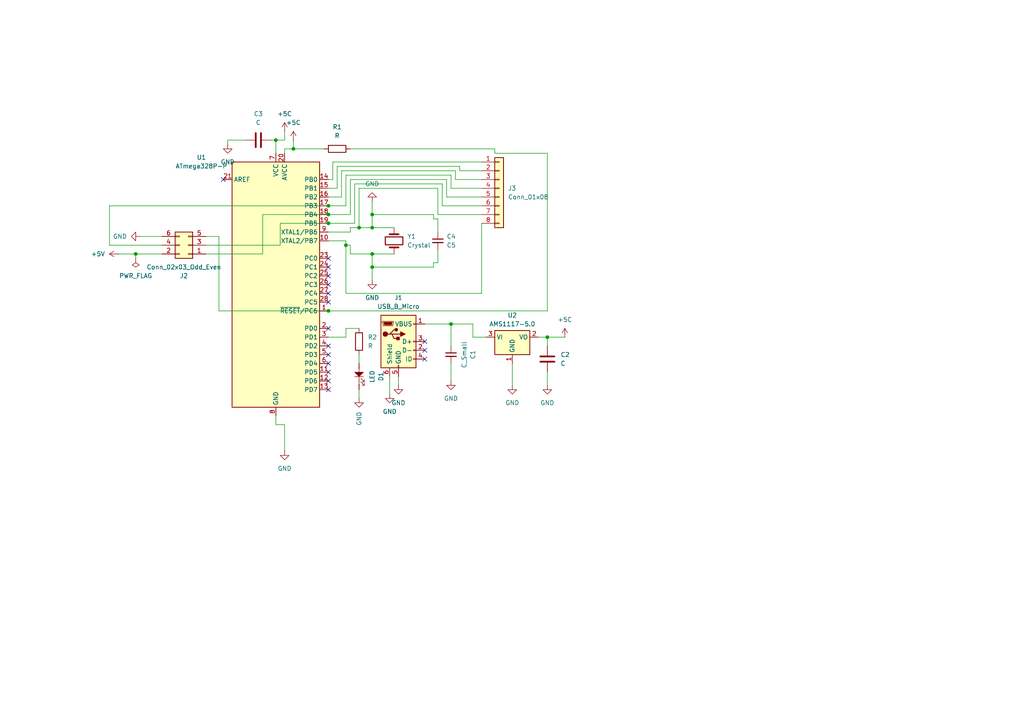
<source format=kicad_sch>
(kicad_sch (version 20250114) (generator "eeschema") (generator_version "9.0")
  (paper "A4")
  (lib_symbols
    (symbol "Connector:USB_B_Micro" (pin_names (offset 1.016))
      (property "Reference" "J" (at -5.08 11.43 0))
      (property "Value" "USB_B_Micro" (at -5.08 8.89 0))
      (symbol "USB_B_Micro_0_1"
        (rectangle (start -5.08 -7.62) (end 5.08 7.62) (stroke (width 0.254)) (fill (type background)))
        (polyline (pts (xy -4.699 5.842) (xy -4.699 5.588) (xy -4.445 4.826) (xy -4.445 4.572) (xy -1.651 4.572) (xy -1.651 4.826) (xy -1.397 5.588) (xy -1.397 5.842) (xy -4.699 5.842)))
        (polyline (pts (xy -4.318 5.588) (xy -1.778 5.588) (xy -2.032 4.826) (xy -4.064 4.826) (xy -4.318 5.588)) (fill (type outline)))
        (circle (center -3.81 2.159) (radius 0.635) (stroke (width 0.254)) (fill (type outline)))
        (polyline (pts (xy -3.175 2.159) (xy -2.54 2.159) (xy -1.27 3.429) (xy -0.635 3.429)) (stroke (width 0.254)))
        (polyline (pts (xy -2.54 2.159) (xy -1.905 2.159) (xy -1.27 0.889) (xy 0 0.889)) (stroke (width 0.254)))
        (polyline (pts (xy -1.905 2.159) (xy 0.635 2.159)) (stroke (width 0.254)))
        (circle (center -0.635 3.429) (radius 0.381) (stroke (width 0.254)) (fill (type outline)))
        (rectangle (start -0.127 -7.62) (end 0.127 -6.858))
        (rectangle (start 0.254 1.27) (end -0.508 0.508) (stroke (width 0.254)) (fill (type outline)))
        (polyline (pts (xy 0.635 2.794) (xy 0.635 1.524) (xy 1.905 2.159) (xy 0.635 2.794)) (stroke (width 0.254)) (fill (type outline)))
        (rectangle (start 5.08 4.953) (end 4.318 5.207))
        (rectangle (start 5.08 -0.127) (end 4.318 0.127))
        (rectangle (start 5.08 -2.667) (end 4.318 -2.413))
        (rectangle (start 5.08 -5.207) (end 4.318 -4.953))
      )
      (symbol "USB_B_Micro_1_1"
        (pin passive line (at -2.54 -10.16 90) (length 2.54) (name "Shield") (number "6"))
        (pin power_out line (at 0 -10.16 90) (length 2.54) (name "GND") (number "5"))
        (pin power_out line (at 7.62 5.08 180) (length 2.54) (name "VBUS") (number "1"))
        (pin bidirectional line (at 7.62 0 180) (length 2.54) (name "D+") (number "3"))
        (pin bidirectional line (at 7.62 -2.54 180) (length 2.54) (name "D-") (number "2"))
        (pin passive line (at 7.62 -5.08 180) (length 2.54) (name "ID") (number "4"))
      )
    )
    (symbol "Connector_Generic:Conn_01x08" (pin_names (offset 1.016) (hide yes))
      (property "Reference" "J" (at 0 10.16 0))
      (property "Value" "Conn_01x08" (at 0 -12.7 0))
      (symbol "Conn_01x08_1_1"
        (rectangle (start -1.27 8.89) (end 1.27 -11.43) (stroke (width 0.254)) (fill (type background)))
        (rectangle (start -1.27 7.747) (end 0 7.493) (stroke (width 0.1524)))
        (rectangle (start -1.27 5.207) (end 0 4.953) (stroke (width 0.1524)))
        (rectangle (start -1.27 2.667) (end 0 2.413) (stroke (width 0.1524)))
        (rectangle (start -1.27 0.127) (end 0 -0.127) (stroke (width 0.1524)))
        (rectangle (start -1.27 -2.413) (end 0 -2.667) (stroke (width 0.1524)))
        (rectangle (start -1.27 -4.953) (end 0 -5.207) (stroke (width 0.1524)))
        (rectangle (start -1.27 -7.493) (end 0 -7.747) (stroke (width 0.1524)))
        (rectangle (start -1.27 -10.033) (end 0 -10.287) (stroke (width 0.1524)))
        (pin passive line (at -5.08 7.62 0) (length 3.81) (name "Pin_1") (number "1"))
        (pin passive line (at -5.08 5.08 0) (length 3.81) (name "Pin_2") (number "2"))
        (pin passive line (at -5.08 2.54 0) (length 3.81) (name "Pin_3") (number "3"))
        (pin passive line (at -5.08 0 0) (length 3.81) (name "Pin_4") (number "4"))
        (pin passive line (at -5.08 -2.54 0) (length 3.81) (name "Pin_5") (number "5"))
        (pin passive line (at -5.08 -5.08 0) (length 3.81) (name "Pin_6") (number "6"))
        (pin passive line (at -5.08 -7.62 0) (length 3.81) (name "Pin_7") (number "7"))
        (pin passive line (at -5.08 -10.16 0) (length 3.81) (name "Pin_8") (number "8"))
      )
    )
    (symbol "Connector_Generic:Conn_02x03_Odd_Even" (pin_names (offset 1.016) (hide yes))
      (property "Reference" "J" (at 1.27 5.08 0))
      (property "Value" "Conn_02x03_Odd_Even" (at 1.27 -5.08 0))
      (symbol "Conn_02x03_Odd_Even_1_1"
        (rectangle (start -1.27 3.81) (end 3.81 -3.81) (stroke (width 0.254)) (fill (type background)))
        (rectangle (start -1.27 2.667) (end 0 2.413) (stroke (width 0.1524)))
        (rectangle (start -1.27 0.127) (end 0 -0.127) (stroke (width 0.1524)))
        (rectangle (start -1.27 -2.413) (end 0 -2.667) (stroke (width 0.1524)))
        (rectangle (start 3.81 2.667) (end 2.54 2.413) (stroke (width 0.1524)))
        (rectangle (start 3.81 0.127) (end 2.54 -0.127) (stroke (width 0.1524)))
        (rectangle (start 3.81 -2.413) (end 2.54 -2.667) (stroke (width 0.1524)))
        (pin passive line (at -5.08 2.54 0) (length 3.81) (name "Pin_1") (number "1"))
        (pin passive line (at -5.08 0 0) (length 3.81) (name "Pin_3") (number "3"))
        (pin passive line (at -5.08 -2.54 0) (length 3.81) (name "Pin_5") (number "5"))
        (pin passive line (at 7.62 2.54 180) (length 3.81) (name "Pin_2") (number "2"))
        (pin passive line (at 7.62 0 180) (length 3.81) (name "Pin_4") (number "4"))
        (pin passive line (at 7.62 -2.54 180) (length 3.81) (name "Pin_6") (number "6"))
      )
    )
    (symbol "Device:C" (pin_numbers (hide yes)) (pin_names (offset 0.254))
      (property "Reference" "C" (at 0.635 2.54 0))
      (property "Value" "C" (at 0.635 -2.54 0))
      (symbol "C_0_1"
        (polyline (pts (xy -2.032 0.762) (xy 2.032 0.762)) (stroke (width 0.508)))
        (polyline (pts (xy -2.032 -0.762) (xy 2.032 -0.762)) (stroke (width 0.508)))
      )
      (symbol "C_1_1"
        (pin passive line (at 0 3.81 270) (length 2.794) (name "~") (number "1"))
        (pin passive line (at 0 -3.81 90) (length 2.794) (name "~") (number "2"))
      )
    )
    (symbol "Device:C_Small" (pin_numbers (hide yes)) (pin_names (offset 0.254) (hide yes))
      (property "Reference" "C" (at 0.254 1.778 0))
      (property "Value" "C_Small" (at 0.254 -2.032 0))
      (symbol "C_Small_0_1"
        (polyline (pts (xy -1.524 0.508) (xy 1.524 0.508)) (stroke (width 0.3048)))
        (polyline (pts (xy -1.524 -0.508) (xy 1.524 -0.508)) (stroke (width 0.3302)))
      )
      (symbol "C_Small_1_1"
        (pin passive line (at 0 2.54 270) (length 2.032) (name "~") (number "1"))
        (pin passive line (at 0 -2.54 90) (length 2.032) (name "~") (number "2"))
      )
    )
    (symbol "Device:Crystal" (pin_numbers (hide yes)) (pin_names (offset 1.016) (hide yes))
      (property "Reference" "Y" (at 0 3.81 0))
      (property "Value" "Crystal" (at 0 -3.81 0))
      (symbol "Crystal_0_1"
        (polyline (pts (xy -2.54 0) (xy -1.905 0)))
        (polyline (pts (xy -1.905 -1.27) (xy -1.905 1.27)) (stroke (width 0.508)))
        (rectangle (start -1.143 2.54) (end 1.143 -2.54) (stroke (width 0.3048)))
        (polyline (pts (xy 1.905 -1.27) (xy 1.905 1.27)) (stroke (width 0.508)))
        (polyline (pts (xy 2.54 0) (xy 1.905 0)))
      )
      (symbol "Crystal_1_1"
        (pin passive line (at -3.81 0 0) (length 1.27) (name "1") (number "1"))
        (pin passive line (at 3.81 0 180) (length 1.27) (name "2") (number "2"))
      )
    )
    (symbol "Device:R" (pin_numbers (hide yes)) (pin_names (offset 0))
      (property "Reference" "R" (at 2.032 0 90))
      (property "Value" "R" (at 0 0 90))
      (symbol "R_0_1"
        (rectangle (start -1.016 -2.54) (end 1.016 2.54) (stroke (width 0.254)))
      )
      (symbol "R_1_1"
        (pin passive line (at 0 3.81 270) (length 1.27) (name "~") (number "1"))
        (pin passive line (at 0 -3.81 90) (length 1.27) (name "~") (number "2"))
      )
    )
    (symbol "MCU_Microchip_ATmega:ATmega328P-P"
      (property "Reference" "U" (at -12.7 36.83 0))
      (property "Value" "ATmega328P-P" (at 2.54 -36.83 0))
      (symbol "ATmega328P-P_0_1"
        (rectangle (start -12.7 -35.56) (end 12.7 35.56) (stroke (width 0.254)) (fill (type background)))
      )
      (symbol "ATmega328P-P_1_1"
        (pin passive line (at -15.24 30.48 0) (length 2.54) (name "AREF") (number "21"))
        (pin power_in line (at 0 38.1 270) (length 2.54) (name "VCC") (number "7"))
        (pin passive line (at 0 -38.1 90) (length 2.54) (hide yes) (name "GND") (number "22"))
        (pin power_in line (at 0 -38.1 90) (length 2.54) (name "GND") (number "8"))
        (pin power_in line (at 2.54 38.1 270) (length 2.54) (name "AVCC") (number "20"))
        (pin bidirectional line (at 15.24 30.48 180) (length 2.54) (name "PB0") (number "14"))
        (pin bidirectional line (at 15.24 27.94 180) (length 2.54) (name "PB1") (number "15"))
        (pin bidirectional line (at 15.24 25.4 180) (length 2.54) (name "PB2") (number "16"))
        (pin bidirectional line (at 15.24 22.86 180) (length 2.54) (name "PB3") (number "17"))
        (pin bidirectional line (at 15.24 20.32 180) (length 2.54) (name "PB4") (number "18"))
        (pin bidirectional line (at 15.24 17.78 180) (length 2.54) (name "PB5") (number "19"))
        (pin bidirectional line (at 15.24 15.24 180) (length 2.54) (name "XTAL1/PB6") (number "9"))
        (pin bidirectional line (at 15.24 12.7 180) (length 2.54) (name "XTAL2/PB7") (number "10"))
        (pin bidirectional line (at 15.24 7.62 180) (length 2.54) (name "PC0") (number "23"))
        (pin bidirectional line (at 15.24 5.08 180) (length 2.54) (name "PC1") (number "24"))
        (pin bidirectional line (at 15.24 2.54 180) (length 2.54) (name "PC2") (number "25"))
        (pin bidirectional line (at 15.24 0 180) (length 2.54) (name "PC3") (number "26"))
        (pin bidirectional line (at 15.24 -2.54 180) (length 2.54) (name "PC4") (number "27"))
        (pin bidirectional line (at 15.24 -5.08 180) (length 2.54) (name "PC5") (number "28"))
        (pin bidirectional line (at 15.24 -7.62 180) (length 2.54) (name "~{RESET}/PC6") (number "1"))
        (pin bidirectional line (at 15.24 -12.7 180) (length 2.54) (name "PD0") (number "2"))
        (pin bidirectional line (at 15.24 -15.24 180) (length 2.54) (name "PD1") (number "3"))
        (pin bidirectional line (at 15.24 -17.78 180) (length 2.54) (name "PD2") (number "4"))
        (pin bidirectional line (at 15.24 -20.32 180) (length 2.54) (name "PD3") (number "5"))
        (pin bidirectional line (at 15.24 -22.86 180) (length 2.54) (name "PD4") (number "6"))
        (pin bidirectional line (at 15.24 -25.4 180) (length 2.54) (name "PD5") (number "11"))
        (pin bidirectional line (at 15.24 -27.94 180) (length 2.54) (name "PD6") (number "12"))
        (pin bidirectional line (at 15.24 -30.48 180) (length 2.54) (name "PD7") (number "13"))
      )
    )
    (symbol "PCM_SL_Devices:LED"
      (property "Reference" "D" (at -0.508 5.334 0))
      (property "Value" "LED" (at -0.508 2.794 0))
      (symbol "LED_0_1"
        (polyline (pts (xy -1.27 0) (xy -2.54 0)))
        (polyline (pts (xy 0 1.27) (xy 0 -1.27)))
        (polyline (pts (xy 0 0) (xy -1.27 -1.27) (xy -1.27 1.27) (xy 0 0) (xy 1.27 0)) (fill (type outline)))
        (polyline (pts (xy 0.508 0.508) (xy 1.524 1.524)))
        (polyline (pts (xy 1.27 0) (xy 2.54 0)))
        (polyline (pts (xy 1.524 1.524) (xy 0.889 1.524)))
        (polyline (pts (xy 1.524 1.524) (xy 1.524 0.889)))
        (polyline (pts (xy 1.524 0.508) (xy 2.54 1.524)))
        (polyline (pts (xy 2.54 1.524) (xy 1.905 1.524)))
        (polyline (pts (xy 2.54 1.524) (xy 2.54 0.889)))
      )
      (symbol "LED_1_1"
        (pin passive line (at -3.81 0 0) (length 1.5) (name "") (number "2"))
        (pin passive line (at 3.81 0 180) (length 1.5) (name "~") (number "1"))
      )
    )
    (symbol "Regulator_Linear:AMS1117-5.0"
      (property "Reference" "U" (at -3.81 3.175 0))
      (property "Value" "AMS1117-5.0" (at 0 3.175 0))
      (symbol "AMS1117-5.0_0_1"
        (rectangle (start -5.08 -5.08) (end 5.08 1.905) (stroke (width 0.254)) (fill (type background)))
      )
      (symbol "AMS1117-5.0_1_1"
        (pin power_in line (at -7.62 0 0) (length 2.54) (name "VI") (number "3"))
        (pin power_in line (at 0 -7.62 90) (length 2.54) (name "GND") (number "1"))
        (pin power_out line (at 7.62 0 180) (length 2.54) (name "VO") (number "2"))
      )
    )
    (symbol "power:+5C" (power) (pin_numbers (hide yes)) (pin_names (offset 0) (hide yes))
      (property "Value" "+5C" (at 0 3.556 0))
      (symbol "+5C_0_1"
        (polyline (pts (xy -0.762 1.27) (xy 0 2.54)))
        (polyline (pts (xy 0 2.54) (xy 0.762 1.27)))
        (polyline (pts (xy 0 0) (xy 0 2.54)))
      )
      (symbol "+5C_1_1"
        (pin power_in line (at 0 0 90) (length 0) (name "~") (number "1"))
      )
    )
    (symbol "power:+5V" (power) (pin_numbers (hide yes)) (pin_names (offset 0) (hide yes))
      (property "Value" "+5V" (at 0 3.556 0))
      (symbol "+5V_0_1"
        (polyline (pts (xy -0.762 1.27) (xy 0 2.54)))
        (polyline (pts (xy 0 2.54) (xy 0.762 1.27)))
        (polyline (pts (xy 0 0) (xy 0 2.54)))
      )
      (symbol "+5V_1_1"
        (pin power_in line (at 0 0 90) (length 0) (name "~") (number "1"))
      )
    )
    (symbol "power:GND" (power) (pin_numbers (hide yes)) (pin_names (offset 0) (hide yes))
      (property "Value" "GND" (at 0 -3.81 0))
      (symbol "GND_0_1"
        (polyline (pts (xy 0 0) (xy 0 -1.27) (xy 1.27 -1.27) (xy 0 -2.54) (xy -1.27 -1.27) (xy 0 -1.27)))
      )
      (symbol "GND_1_1"
        (pin power_in line (at 0 0 270) (length 0) (name "~") (number "1"))
      )
    )
    (symbol "power:PWR_FLAG" (power) (pin_numbers (hide yes)) (pin_names (offset 0) (hide yes))
      (property "Value" "PWR_FLAG" (at 0 3.81 0))
      (symbol "PWR_FLAG_0_0"
        (pin power_out line (at 0 0 90) (length 0) (name "~") (number "1"))
      )
      (symbol "PWR_FLAG_0_1"
        (polyline (pts (xy 0 0) (xy 0 1.27) (xy -1.016 1.905) (xy 0 2.54) (xy 1.016 1.905) (xy 0 1.27)))
      )
    )
  )
  (junction (at 107.95 66.04))
  (junction (at 95.25 59.69))
  (junction (at 95.25 64.77))
  (junction (at 39.37 73.66))
  (junction (at 158.75 97.79))
  (junction (at 100.33 71.12))
  (junction (at 107.95 62.23))
  (junction (at 107.95 77.47))
  (junction (at 107.95 73.66))
  (junction (at 104.14 66.04))
  (junction (at 80.01 40.64))
  (junction (at 130.81 93.98))
  (junction (at 85.09 43.18))
  (junction (at 95.25 90.17))
  (junction (at 95.25 62.23))
  (no_connect (at 95.25 80.01))
  (no_connect (at 95.25 100.33))
  (no_connect (at 95.25 110.49))
  (no_connect (at 95.25 105.41))
  (no_connect (at 95.25 95.25))
  (no_connect (at 123.19 104.14))
  (no_connect (at 95.25 85.09))
  (no_connect (at 123.19 99.06))
  (no_connect (at 123.19 101.6))
  (no_connect (at 95.25 87.63))
  (no_connect (at 95.25 77.47))
  (no_connect (at 95.25 102.87))
  (no_connect (at 95.25 107.95))
  (no_connect (at 95.25 113.03))
  (no_connect (at 64.77 52.07))
  (no_connect (at 95.25 74.93))
  (no_connect (at 95.25 82.55))
  (wire (pts (xy 101.6 62.23) (xy 101.6 52.07)))
  (wire (pts (xy 101.6 67.31) (xy 101.6 66.04)))
  (wire (pts (xy 102.87 64.77) (xy 102.87 53.34)))
  (wire (pts (xy 107.95 58.42) (xy 107.95 62.23)))
  (wire (pts (xy 123.19 93.98) (xy 130.81 93.98)))
  (wire (pts (xy 107.95 66.04) (xy 114.3 66.04)))
  (wire (pts (xy 139.7 85.09) (xy 139.7 64.77)))
  (wire (pts (xy 46.99 71.12) (xy 31.75 71.12)))
  (wire (pts (xy 113.03 109.22) (xy 113.03 114.3)))
  (wire (pts (xy 107.95 73.66) (xy 107.95 77.47)))
  (wire (pts (xy 95.25 59.69) (xy 100.33 59.69)))
  (wire (pts (xy 137.16 93.98) (xy 137.16 97.79)))
  (wire (pts (xy 78.74 40.64) (xy 80.01 40.64)))
  (wire (pts (xy 125.73 76.2) (xy 125.73 77.47)))
  (wire (pts (xy 96.52 52.07) (xy 96.52 46.99)))
  (wire (pts (xy 82.55 123.19) (xy 82.55 130.81)))
  (wire (pts (xy 80.01 123.19) (xy 82.55 123.19)))
  (wire (pts (xy 133.35 48.26) (xy 133.35 49.53)))
  (wire (pts (xy 158.75 44.45) (xy 158.75 90.17)))
  (wire (pts (xy 143.51 44.45) (xy 143.51 43.18)))
  (wire (pts (xy 125.73 76.2) (xy 127 76.2)))
  (wire (pts (xy 148.59 105.41) (xy 148.59 111.76)))
  (wire (pts (xy 100.33 85.09) (xy 139.7 85.09)))
  (wire (pts (xy 133.35 49.53) (xy 139.7 49.53)))
  (wire (pts (xy 158.75 107.95) (xy 158.75 111.76)))
  (wire (pts (xy 107.95 62.23) (xy 125.73 62.23)))
  (wire (pts (xy 125.73 77.47) (xy 107.95 77.47)))
  (wire (pts (xy 95.25 90.17) (xy 158.75 90.17)))
  (wire (pts (xy 95.25 62.23) (xy 101.6 62.23)))
  (wire (pts (xy 115.57 109.22) (xy 115.57 111.76)))
  (wire (pts (xy 100.33 71.12) (xy 100.33 85.09)))
  (wire (pts (xy 95.25 97.79) (xy 100.33 97.79)))
  (wire (pts (xy 76.2 73.66) (xy 76.2 62.23)))
  (wire (pts (xy 99.06 49.53) (xy 132.08 49.53)))
  (wire (pts (xy 39.37 74.93) (xy 39.37 73.66)))
  (wire (pts (xy 100.33 71.12) (xy 101.6 71.12)))
  (wire (pts (xy 100.33 69.85) (xy 100.33 71.12)))
  (wire (pts (xy 137.16 97.79) (xy 140.97 97.79)))
  (wire (pts (xy 63.5 68.58) (xy 63.5 90.17)))
  (wire (pts (xy 132.08 52.07) (xy 139.7 52.07)))
  (wire (pts (xy 130.81 110.49) (xy 130.81 105.41)))
  (wire (pts (xy 102.87 53.34) (xy 128.27 53.34)))
  (wire (pts (xy 128.27 53.34) (xy 128.27 59.69)))
  (wire (pts (xy 97.79 48.26) (xy 133.35 48.26)))
  (wire (pts (xy 129.54 52.07) (xy 129.54 57.15)))
  (wire (pts (xy 80.01 40.64) (xy 80.01 44.45)))
  (wire (pts (xy 95.25 90.17) (xy 63.5 90.17)))
  (wire (pts (xy 95.25 69.85) (xy 100.33 69.85)))
  (wire (pts (xy 107.95 62.23) (xy 107.95 66.04)))
  (wire (pts (xy 125.73 63.5) (xy 127 63.5)))
  (wire (pts (xy 96.52 46.99) (xy 139.7 46.99)))
  (wire (pts (xy 66.04 40.64) (xy 66.04 41.91)))
  (wire (pts (xy 158.75 97.79) (xy 158.75 100.33)))
  (wire (pts (xy 127 76.2) (xy 127 72.39)))
  (wire (pts (xy 82.55 43.18) (xy 85.09 43.18)))
  (wire (pts (xy 80.01 40.64) (xy 82.55 40.64)))
  (wire (pts (xy 82.55 43.18) (xy 82.55 44.45)))
  (wire (pts (xy 104.14 54.61) (xy 127 54.61)))
  (wire (pts (xy 143.51 43.18) (xy 101.6 43.18)))
  (wire (pts (xy 101.6 73.66) (xy 107.95 73.66)))
  (wire (pts (xy 143.51 44.45) (xy 158.75 44.45)))
  (wire (pts (xy 95.25 57.15) (xy 99.06 57.15)))
  (wire (pts (xy 130.81 93.98) (xy 130.81 100.33)))
  (wire (pts (xy 59.69 71.12) (xy 81.28 71.12)))
  (wire (pts (xy 104.14 102.87) (xy 104.14 105.41)))
  (wire (pts (xy 128.27 59.69) (xy 139.7 59.69)))
  (wire (pts (xy 125.73 62.23) (xy 125.73 63.5)))
  (wire (pts (xy 85.09 43.18) (xy 93.98 43.18)))
  (wire (pts (xy 158.75 97.79) (xy 163.83 97.79)))
  (wire (pts (xy 104.14 66.04) (xy 104.14 54.61)))
  (wire (pts (xy 95.25 67.31) (xy 101.6 67.31)))
  (wire (pts (xy 101.6 71.12) (xy 101.6 73.66)))
  (wire (pts (xy 127 62.23) (xy 139.7 62.23)))
  (wire (pts (xy 100.33 59.69) (xy 100.33 50.8)))
  (wire (pts (xy 100.33 50.8) (xy 130.81 50.8)))
  (wire (pts (xy 82.55 38.1) (xy 82.55 40.64)))
  (wire (pts (xy 104.14 66.04) (xy 107.95 66.04)))
  (wire (pts (xy 46.99 68.58) (xy 40.64 68.58)))
  (wire (pts (xy 130.81 50.8) (xy 130.81 54.61)))
  (wire (pts (xy 59.69 73.66) (xy 76.2 73.66)))
  (wire (pts (xy 31.75 71.12) (xy 31.75 59.69)))
  (wire (pts (xy 95.25 52.07) (xy 96.52 52.07)))
  (wire (pts (xy 81.28 71.12) (xy 81.28 64.77)))
  (wire (pts (xy 101.6 66.04) (xy 104.14 66.04)))
  (wire (pts (xy 127 63.5) (xy 127 67.31)))
  (wire (pts (xy 100.33 95.25) (xy 104.14 95.25)))
  (wire (pts (xy 97.79 54.61) (xy 97.79 48.26)))
  (wire (pts (xy 34.29 73.66) (xy 39.37 73.66)))
  (wire (pts (xy 99.06 57.15) (xy 99.06 49.53)))
  (wire (pts (xy 100.33 97.79) (xy 100.33 95.25)))
  (wire (pts (xy 107.95 77.47) (xy 107.95 81.28)))
  (wire (pts (xy 132.08 49.53) (xy 132.08 52.07)))
  (wire (pts (xy 95.25 54.61) (xy 97.79 54.61)))
  (wire (pts (xy 101.6 52.07) (xy 129.54 52.07)))
  (wire (pts (xy 104.14 113.03) (xy 104.14 115.57)))
  (wire (pts (xy 95.25 64.77) (xy 102.87 64.77)))
  (wire (pts (xy 129.54 57.15) (xy 139.7 57.15)))
  (wire (pts (xy 76.2 62.23) (xy 95.25 62.23)))
  (wire (pts (xy 130.81 54.61) (xy 139.7 54.61)))
  (wire (pts (xy 130.81 93.98) (xy 137.16 93.98)))
  (wire (pts (xy 127 54.61) (xy 127 62.23)))
  (wire (pts (xy 31.75 59.69) (xy 95.25 59.69)))
  (wire (pts (xy 156.21 97.79) (xy 158.75 97.79)))
  (wire (pts (xy 39.37 73.66) (xy 46.99 73.66)))
  (wire (pts (xy 71.12 40.64) (xy 66.04 40.64)))
  (wire (pts (xy 107.95 73.66) (xy 114.3 73.66)))
  (wire (pts (xy 63.5 68.58) (xy 59.69 68.58)))
  (wire (pts (xy 81.28 64.77) (xy 95.25 64.77)))
  (wire (pts (xy 85.09 40.64) (xy 85.09 43.18)))
  (wire (pts (xy 80.01 120.65) (xy 80.01 123.19)))
  (symbol (lib_id "Device:C_Small") (at 127 69.85 0) (unit 1)
    (property "Reference" "C4" (at 129.54 68.5862 0) (effects (justify left)))
    (property "Value" "C5" (at 129.54 71.1262 0) (effects (justify left)))
    (property "Footprint" "Capacitor_THT:C_Disc_D4.7mm_W2.5mm_P5.00mm" (effects (hide yes)))
    (property "Description" "Unpolarized capacitor, small symbol" (effects (hide yes)))
  )
  (symbol (lib_id "power:+5C") (at 163.83 97.79 0) (unit 1)
    (property "Reference" "#PWR07" (effects (hide yes)))
    (property "Value" "+5C" (at 163.83 92.71 0))
    (property "Description" "Power symbol creates a global label with name \"+5C\"" (effects (hide yes)))
  )
  (symbol (lib_id "power:PWR_FLAG") (at 39.37 74.93 180) (unit 1)
    (property "Reference" "#FLG02" (effects (hide yes)))
    (property "Value" "PWR_FLAG" (at 39.37 80.01 0))
    (property "Description" "Special symbol for telling ERC where power comes from" (effects (hide yes)))
  )
  (symbol (lib_id "Device:R") (at 97.79 43.18 90) (unit 1)
    (property "Reference" "R1" (at 97.79 36.83 90))
    (property "Value" "R" (at 97.79 39.37 90))
    (property "Footprint" "PCM_Resistor_THT_AKL:R_Axial_DIN0207_L6.3mm_D2.5mm_P10.16mm_Horizontal" (effects (hide yes)))
    (property "Description" "Resistor" (effects (hide yes)))
  )
  (symbol (lib_id "power:GND") (at 107.95 81.28 0) (unit 1)
    (property "Reference" "#PWR012" (effects (hide yes)))
    (property "Value" "GND" (at 107.95 86.36 0))
    (property "Description" "Power symbol creates a global label with name \"GND\" , ground" (effects (hide yes)))
  )
  (symbol (lib_id "power:GND") (at 148.59 111.76 0) (unit 1)
    (property "Reference" "#PWR01" (effects (hide yes)))
    (property "Value" "GND" (at 148.59 116.84 0))
    (property "Description" "Power symbol creates a global label with name \"GND\" , ground" (effects (hide yes)))
  )
  (symbol (lib_id "MCU_Microchip_ATmega:ATmega328P-P") (at 80.01 82.55 0) (unit 1)
    (property "Reference" "U1" (at 58.42 45.6498 0))
    (property "Value" "ATmega328P-P" (at 58.42 48.1898 0))
    (property "Footprint" "Package_DIP:DIP-28_W7.62mm" (effects (hide yes)))
    (property "Datasheet" "http://ww1.microchip.com/downloads/en/DeviceDoc/ATmega328_P%20AVR%20MCU%20with%20picoPower%20Technology%20Data%20Sheet%2040001984A.pdf" (effects (hide yes)))
    (property "Description" "20MHz, 32kB Flash, 2kB SRAM, 1kB EEPROM, DIP-28" (effects (hide yes)))
  )
  (symbol (lib_id "power:+5V") (at 34.29 73.66 90) (unit 1)
    (property "Reference" "#PWR015" (effects (hide yes)))
    (property "Value" "+5V" (at 30.48 73.6601 90) (effects (justify left)))
    (property "Description" "Power symbol creates a global label with name \"+5V\"" (effects (hide yes)))
  )
  (symbol (lib_id "power:GND") (at 104.14 115.57 0) (unit 1)
    (property "Reference" "#PWR06" (effects (hide yes)))
    (property "Value" "GND" (at 104.1401 119.38 90) (effects (justify right)))
    (property "Description" "Power symbol creates a global label with name \"GND\" , ground" (effects (hide yes)))
  )
  (symbol (lib_id "Regulator_Linear:AMS1117-5.0") (at 148.59 97.79 0) (unit 1)
    (property "Reference" "U2" (at 148.59 91.44 0))
    (property "Value" "AMS1117-5.0" (at 148.59 93.98 0))
    (property "Footprint" "Package_TO_SOT_SMD:SOT-223-3_TabPin2" (effects (hide yes)))
    (property "Datasheet" "http://www.advanced-monolithic.com/pdf/ds1117.pdf" (effects (hide yes)))
    (property "Description" "1A Low Dropout regulator, positive, 5.0V fixed output, SOT-223" (effects (hide yes)))
  )
  (symbol (lib_id "power:GND") (at 113.03 114.3 0) (unit 1)
    (property "Reference" "#PWR04" (effects (hide yes)))
    (property "Value" "GND" (at 113.03 119.38 0))
    (property "Description" "Power symbol creates a global label with name \"GND\" , ground" (effects (hide yes)))
  )
  (symbol (lib_id "power:+5C") (at 85.09 40.64 0) (unit 1)
    (property "Reference" "#PWR09" (effects (hide yes)))
    (property "Value" "+5C" (at 85.09 35.56 0))
    (property "Description" "Power symbol creates a global label with name \"+5C\"" (effects (hide yes)))
  )
  (symbol (lib_id "Connector_Generic:Conn_02x03_Odd_Even") (at 54.61 71.12 180) (unit 1)
    (property "Reference" "J2" (at 53.34 80.01 0))
    (property "Value" "Conn_02x03_Odd_Even" (at 53.34 77.47 0))
    (property "Footprint" "Connector_PinHeader_2.54mm:PinHeader_2x03_P2.54mm_Vertical" (effects (hide yes)))
    (property "Description" "Generic connector, double row, 02x03, odd/even pin numbering scheme (row 1 odd numbers, row 2 even numbers), script generated (kicad-library-utils/schlib/autogen/connector/)" (effects (hide yes)))
  )
  (symbol (lib_id "Device:R") (at 104.14 99.06 0) (unit 1)
    (property "Reference" "R2" (at 106.68 97.7899 0) (effects (justify left)))
    (property "Value" "R" (at 106.68 100.3299 0) (effects (justify left)))
    (property "Footprint" "PCM_Resistor_THT_AKL:R_Axial_DIN0207_L6.3mm_D2.5mm_P10.16mm_Horizontal" (effects (hide yes)))
    (property "Description" "Resistor" (effects (hide yes)))
  )
  (symbol (lib_id "power:GND") (at 115.57 111.76 0) (unit 1)
    (property "Reference" "#PWR03" (effects (hide yes)))
    (property "Value" "GND" (at 115.57 116.84 0))
    (property "Description" "Power symbol creates a global label with name \"GND\" , ground" (effects (hide yes)))
  )
  (symbol (lib_id "Connector_Generic:Conn_01x08") (at 144.78 54.61 0) (unit 1)
    (property "Reference" "J3" (at 147.32 54.6099 0) (effects (justify left)))
    (property "Value" "Conn_01x08" (at 147.32 57.1499 0) (effects (justify left)))
    (property "Footprint" "Connector_PinHeader_2.54mm:PinHeader_1x08_P2.54mm_Vertical" (effects (hide yes)))
    (property "Description" "Generic connector, single row, 01x08, script generated (kicad-library-utils/schlib/autogen/connector/)" (effects (hide yes)))
  )
  (symbol (lib_id "power:GND") (at 158.75 111.76 0) (unit 1)
    (property "Reference" "#PWR013" (effects (hide yes)))
    (property "Value" "GND" (at 158.75 116.84 0))
    (property "Description" "Power symbol creates a global label with name \"GND\" , ground" (effects (hide yes)))
  )
  (symbol (lib_id "Device:C") (at 74.93 40.64 90) (unit 1)
    (property "Reference" "C3" (at 74.93 33.02 90))
    (property "Value" "C" (at 74.93 35.56 90))
    (property "Footprint" "Capacitor_THT:C_Radial_D5.0mm_H7.0mm_P2.00mm" (effects (hide yes)))
    (property "Description" "Unpolarized capacitor" (effects (hide yes)))
  )
  (symbol (lib_id "Device:Crystal") (at 114.3 69.85 90) (unit 1)
    (property "Reference" "Y1" (at 118.11 68.5799 90) (effects (justify right)))
    (property "Value" "Crystal" (at 118.11 71.1199 90) (effects (justify right)))
    (property "Footprint" "Crystal:Crystal_HC49-U_Vertical" (effects (hide yes)))
    (property "Description" "Two pin crystal" (effects (hide yes)))
  )
  (symbol (lib_id "power:GND") (at 82.55 130.81 0) (unit 1)
    (property "Reference" "#PWR02" (effects (hide yes)))
    (property "Value" "GND" (at 82.55 135.89 0))
    (property "Description" "Power symbol creates a global label with name \"GND\" , ground" (effects (hide yes)))
  )
  (symbol (lib_id "power:GND") (at 130.81 110.49 0) (unit 1)
    (property "Reference" "#PWR014" (effects (hide yes)))
    (property "Value" "GND" (at 130.81 115.57 0))
    (property "Description" "Power symbol creates a global label with name \"GND\" , ground" (effects (hide yes)))
  )
  (symbol (lib_id "power:+5C") (at 82.55 38.1 0) (unit 1)
    (property "Reference" "#PWR08" (effects (hide yes)))
    (property "Value" "+5C" (at 82.55 33.02 0))
    (property "Description" "Power symbol creates a global label with name \"+5C\"" (effects (hide yes)))
  )
  (symbol (lib_id "power:GND") (at 66.04 41.91 0) (unit 1)
    (property "Reference" "#PWR010" (effects (hide yes)))
    (property "Value" "GND" (at 66.04 46.99 0))
    (property "Description" "Power symbol creates a global label with name \"GND\" , ground" (effects (hide yes)))
  )
  (symbol (lib_id "Device:C_Small") (at 130.81 102.87 0) (unit 1)
    (property "Reference" "C1" (at 137.16 102.8763 90))
    (property "Value" "C_Small" (at 134.62 102.8763 90))
    (property "Footprint" "Capacitor_THT:C_Disc_D4.7mm_W2.5mm_P5.00mm" (effects (hide yes)))
    (property "Description" "Unpolarized capacitor, small symbol" (effects (hide yes)))
  )
  (symbol (lib_id "Connector:USB_B_Micro") (at 115.57 99.06 0) (unit 1)
    (property "Reference" "J1" (at 115.57 86.36 0))
    (property "Value" "USB_B_Micro" (at 115.57 88.9 0))
    (property "Footprint" "Connector_USB:USB_Micro-B_Molex-105017-0001" (effects (hide yes)))
    (property "Description" "USB Micro Type B connector" (effects (hide yes)))
  )
  (symbol (lib_id "power:GND") (at 40.64 68.58 270) (unit 1)
    (property "Reference" "#PWR05" (effects (hide yes)))
    (property "Value" "GND" (at 36.83 68.5801 90) (effects (justify right)))
    (property "Description" "Power symbol creates a global label with name \"GND\" , ground" (effects (hide yes)))
  )
  (symbol (lib_id "PCM_SL_Devices:LED") (at 104.14 109.22 270) (unit 1)
    (property "Reference" "D1" (at 110.49 109.22 0))
    (property "Value" "LED" (at 107.95 109.22 0))
    (property "Footprint" "LED_THT:LED_D5.0mm" (effects (hide yes)))
    (property "Description" "Common 5mm diameter LED" (effects (hide yes)))
  )
  (symbol (lib_id "Device:C") (at 158.75 104.14 0) (unit 1)
    (property "Reference" "C2" (at 162.56 102.8699 0) (effects (justify left)))
    (property "Value" "C" (at 162.56 105.4099 0) (effects (justify left)))
    (property "Footprint" "Capacitor_THT:C_Radial_D5.0mm_H7.0mm_P2.00mm" (effects (hide yes)))
    (property "Description" "Unpolarized capacitor" (effects (hide yes)))
  )
  (symbol (lib_id "power:GND") (at 107.95 58.42 180) (unit 1)
    (property "Reference" "#PWR011" (effects (hide yes)))
    (property "Value" "GND" (at 107.95 53.34 0))
    (property "Description" "Power symbol creates a global label with name \"GND\" , ground" (effects (hide yes)))
  )
)
</source>
